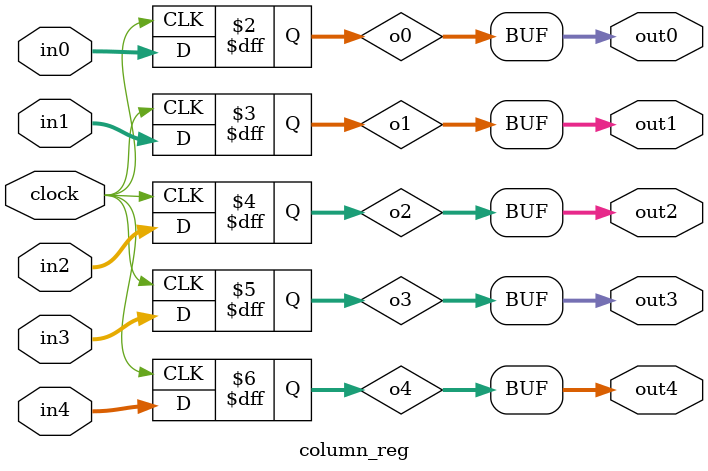
<source format=v>
`timescale 1ns / 1ps
module column_reg(
    input clock,
    input [24:0] in0,
    input [24:0] in1,
    input [24:0] in2,
    input [24:0] in3,
    input [24:0] in4,
    
    output [24:0] out0,
    output [24:0] out1,
    output [24:0] out2,
    output [24:0] out3,
    output [24:0] out4
);
    reg [24:0] o0, o1, o2, o3, o4;

    assign out0 = o0;
    assign out1 = o1;
    assign out2 = o2;
    assign out3 = o3;
    assign out4 = o4;
    
    always @(posedge clock) begin
        o0 <= in0;
        o1 <= in1;
        o2 <= in2;
        o3 <= in3;
        o4 <= in4;
    end
    
endmodule

</source>
